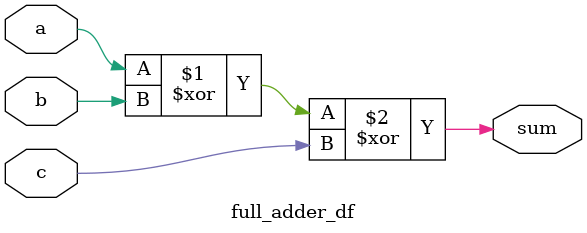
<source format=v>
/*Full Adder*/


module full_adder_df(a,b,c,sum);

	input a,b,c;
	output sum;

	assign sum=a ^ b ^ c;
	//assign carry= (a&b)|(b&c)|(c&a);

endmodule
</source>
